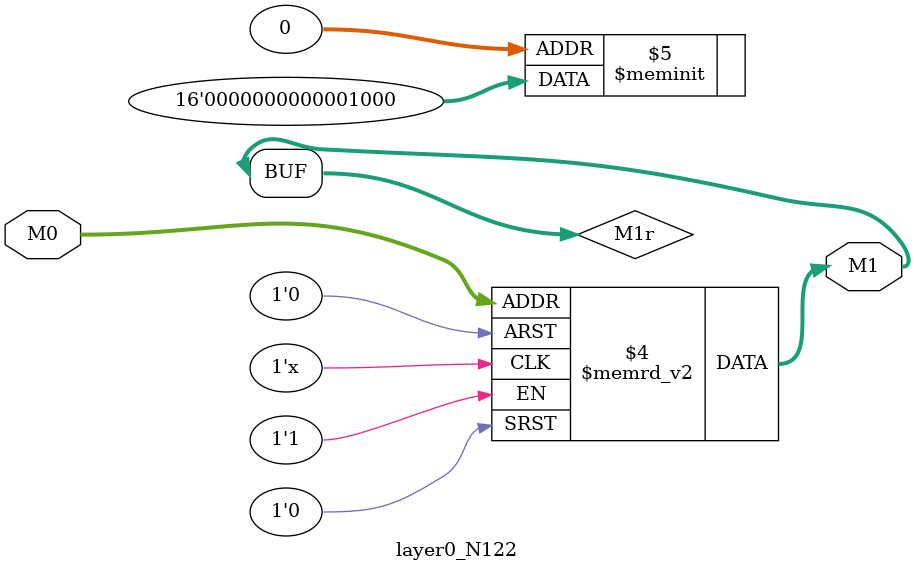
<source format=v>
module layer0_N122 ( input [2:0] M0, output [1:0] M1 );

	(*rom_style = "distributed" *) reg [1:0] M1r;
	assign M1 = M1r;
	always @ (M0) begin
		case (M0)
			3'b000: M1r = 2'b00;
			3'b100: M1r = 2'b00;
			3'b010: M1r = 2'b00;
			3'b110: M1r = 2'b00;
			3'b001: M1r = 2'b10;
			3'b101: M1r = 2'b00;
			3'b011: M1r = 2'b00;
			3'b111: M1r = 2'b00;

		endcase
	end
endmodule

</source>
